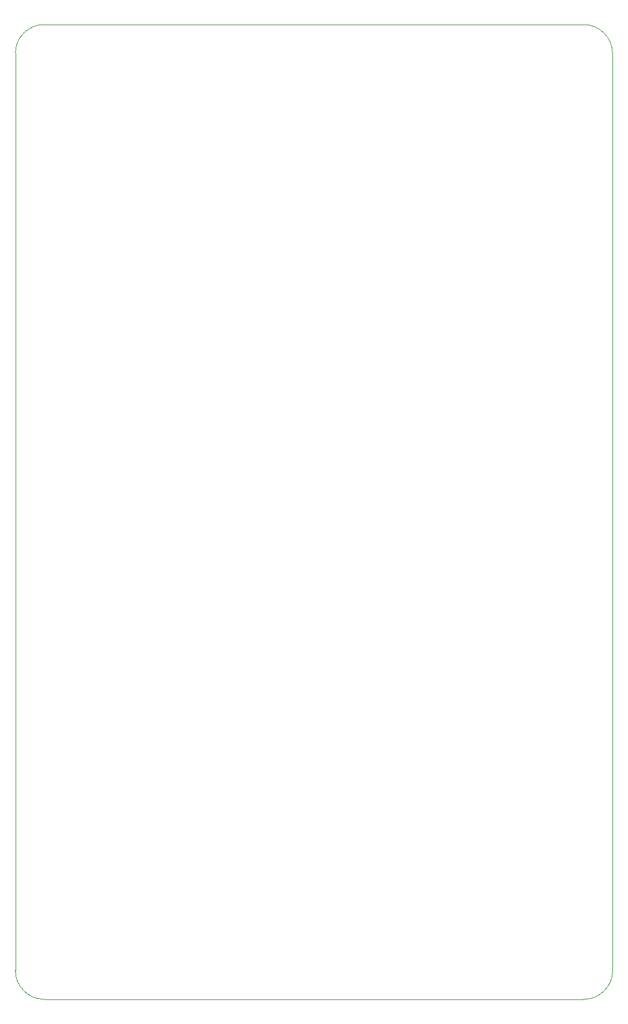
<source format=gbr>
%TF.GenerationSoftware,KiCad,Pcbnew,7.0.7*%
%TF.CreationDate,2023-11-13T00:04:05-06:00*%
%TF.ProjectId,Armboard_Hardware,41726d62-6f61-4726-945f-486172647761,rev?*%
%TF.SameCoordinates,Original*%
%TF.FileFunction,Profile,NP*%
%FSLAX46Y46*%
G04 Gerber Fmt 4.6, Leading zero omitted, Abs format (unit mm)*
G04 Created by KiCad (PCBNEW 7.0.7) date 2023-11-13 00:04:05*
%MOMM*%
%LPD*%
G01*
G04 APERTURE LIST*
%TA.AperFunction,Profile*%
%ADD10C,0.100000*%
%TD*%
G04 APERTURE END LIST*
D10*
X65785980Y-171343320D02*
G75*
G03*
X69850000Y-175407320I4064020J20D01*
G01*
X65789476Y-41910000D02*
X65786000Y-171343320D01*
X69850000Y-175407320D02*
X146046517Y-175412400D01*
X69853476Y-37845976D02*
G75*
G03*
X65789476Y-41910000I24J-4064024D01*
G01*
X146024600Y-37849475D02*
X69853476Y-37846000D01*
X146046517Y-175412417D02*
G75*
G03*
X150110517Y-171348400I-17J4064017D01*
G01*
X150088625Y-41913475D02*
G75*
G03*
X146024600Y-37849475I-4064025J-25D01*
G01*
X150088600Y-41913475D02*
X150110517Y-171348400D01*
M02*

</source>
